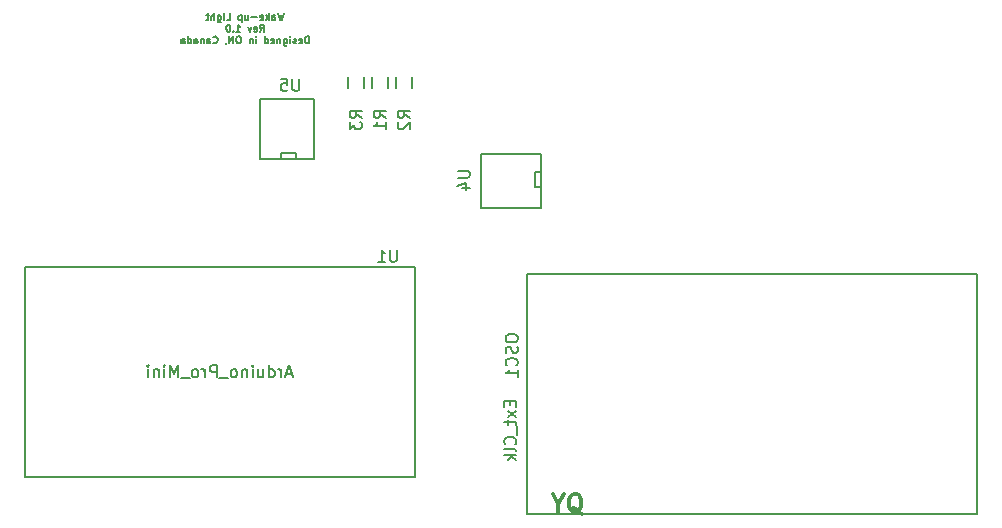
<source format=gbo>
G04 #@! TF.FileFunction,Legend,Bot*
%FSLAX46Y46*%
G04 Gerber Fmt 4.6, Leading zero omitted, Abs format (unit mm)*
G04 Created by KiCad (PCBNEW 4.0.1-stable) date 1/31/2016 9:18:08 PM*
%MOMM*%
G01*
G04 APERTURE LIST*
%ADD10C,0.100000*%
%ADD11C,0.300000*%
%ADD12C,0.150000*%
G04 APERTURE END LIST*
D10*
D11*
X102846286Y-96230286D02*
X102846286Y-96944571D01*
X102346286Y-95444571D02*
X102846286Y-96230286D01*
X103346286Y-95444571D01*
X104846286Y-97087429D02*
X104703429Y-97016000D01*
X104560572Y-96873143D01*
X104346286Y-96658857D01*
X104203429Y-96587429D01*
X104060572Y-96587429D01*
X104132000Y-96944571D02*
X103989143Y-96873143D01*
X103846286Y-96730286D01*
X103774857Y-96444571D01*
X103774857Y-95944571D01*
X103846286Y-95658857D01*
X103989143Y-95516000D01*
X104132000Y-95444571D01*
X104417714Y-95444571D01*
X104560572Y-95516000D01*
X104703429Y-95658857D01*
X104774857Y-95944571D01*
X104774857Y-96444571D01*
X104703429Y-96730286D01*
X104560572Y-96873143D01*
X104417714Y-96944571D01*
X104132000Y-96944571D01*
D12*
X79598428Y-54688429D02*
X79455571Y-55288429D01*
X79341285Y-54859857D01*
X79226999Y-55288429D01*
X79084142Y-54688429D01*
X78598428Y-55288429D02*
X78598428Y-54974143D01*
X78626999Y-54917000D01*
X78684142Y-54888429D01*
X78798428Y-54888429D01*
X78855571Y-54917000D01*
X78598428Y-55259857D02*
X78655571Y-55288429D01*
X78798428Y-55288429D01*
X78855571Y-55259857D01*
X78884142Y-55202714D01*
X78884142Y-55145571D01*
X78855571Y-55088429D01*
X78798428Y-55059857D01*
X78655571Y-55059857D01*
X78598428Y-55031286D01*
X78312714Y-55288429D02*
X78312714Y-54688429D01*
X78255571Y-55059857D02*
X78084142Y-55288429D01*
X78084142Y-54888429D02*
X78312714Y-55117000D01*
X77598428Y-55259857D02*
X77655571Y-55288429D01*
X77769857Y-55288429D01*
X77827000Y-55259857D01*
X77855571Y-55202714D01*
X77855571Y-54974143D01*
X77827000Y-54917000D01*
X77769857Y-54888429D01*
X77655571Y-54888429D01*
X77598428Y-54917000D01*
X77569857Y-54974143D01*
X77569857Y-55031286D01*
X77855571Y-55088429D01*
X77312714Y-55059857D02*
X76855571Y-55059857D01*
X76312714Y-54888429D02*
X76312714Y-55288429D01*
X76569857Y-54888429D02*
X76569857Y-55202714D01*
X76541285Y-55259857D01*
X76484143Y-55288429D01*
X76398428Y-55288429D01*
X76341285Y-55259857D01*
X76312714Y-55231286D01*
X76027000Y-54888429D02*
X76027000Y-55488429D01*
X76027000Y-54917000D02*
X75969857Y-54888429D01*
X75855571Y-54888429D01*
X75798428Y-54917000D01*
X75769857Y-54945571D01*
X75741286Y-55002714D01*
X75741286Y-55174143D01*
X75769857Y-55231286D01*
X75798428Y-55259857D01*
X75855571Y-55288429D01*
X75969857Y-55288429D01*
X76027000Y-55259857D01*
X74741286Y-55288429D02*
X75027000Y-55288429D01*
X75027000Y-54688429D01*
X74541286Y-55288429D02*
X74541286Y-54888429D01*
X74541286Y-54688429D02*
X74569857Y-54717000D01*
X74541286Y-54745571D01*
X74512714Y-54717000D01*
X74541286Y-54688429D01*
X74541286Y-54745571D01*
X73998429Y-54888429D02*
X73998429Y-55374143D01*
X74027000Y-55431286D01*
X74055572Y-55459857D01*
X74112715Y-55488429D01*
X74198429Y-55488429D01*
X74255572Y-55459857D01*
X73998429Y-55259857D02*
X74055572Y-55288429D01*
X74169858Y-55288429D01*
X74227000Y-55259857D01*
X74255572Y-55231286D01*
X74284143Y-55174143D01*
X74284143Y-55002714D01*
X74255572Y-54945571D01*
X74227000Y-54917000D01*
X74169858Y-54888429D01*
X74055572Y-54888429D01*
X73998429Y-54917000D01*
X73712715Y-55288429D02*
X73712715Y-54688429D01*
X73455572Y-55288429D02*
X73455572Y-54974143D01*
X73484143Y-54917000D01*
X73541286Y-54888429D01*
X73627001Y-54888429D01*
X73684143Y-54917000D01*
X73712715Y-54945571D01*
X73255572Y-54888429D02*
X73027001Y-54888429D01*
X73169858Y-54688429D02*
X73169858Y-55202714D01*
X73141286Y-55259857D01*
X73084144Y-55288429D01*
X73027001Y-55288429D01*
X77569858Y-56278429D02*
X77769858Y-55992714D01*
X77912715Y-56278429D02*
X77912715Y-55678429D01*
X77684143Y-55678429D01*
X77627001Y-55707000D01*
X77598429Y-55735571D01*
X77569858Y-55792714D01*
X77569858Y-55878429D01*
X77598429Y-55935571D01*
X77627001Y-55964143D01*
X77684143Y-55992714D01*
X77912715Y-55992714D01*
X77084143Y-56249857D02*
X77141286Y-56278429D01*
X77255572Y-56278429D01*
X77312715Y-56249857D01*
X77341286Y-56192714D01*
X77341286Y-55964143D01*
X77312715Y-55907000D01*
X77255572Y-55878429D01*
X77141286Y-55878429D01*
X77084143Y-55907000D01*
X77055572Y-55964143D01*
X77055572Y-56021286D01*
X77341286Y-56078429D01*
X76855572Y-55878429D02*
X76712715Y-56278429D01*
X76569857Y-55878429D01*
X75569857Y-56278429D02*
X75912714Y-56278429D01*
X75741286Y-56278429D02*
X75741286Y-55678429D01*
X75798429Y-55764143D01*
X75855571Y-55821286D01*
X75912714Y-55849857D01*
X75312714Y-56221286D02*
X75284142Y-56249857D01*
X75312714Y-56278429D01*
X75341285Y-56249857D01*
X75312714Y-56221286D01*
X75312714Y-56278429D01*
X74912714Y-55678429D02*
X74855571Y-55678429D01*
X74798428Y-55707000D01*
X74769857Y-55735571D01*
X74741286Y-55792714D01*
X74712714Y-55907000D01*
X74712714Y-56049857D01*
X74741286Y-56164143D01*
X74769857Y-56221286D01*
X74798428Y-56249857D01*
X74855571Y-56278429D01*
X74912714Y-56278429D01*
X74969857Y-56249857D01*
X74998428Y-56221286D01*
X75027000Y-56164143D01*
X75055571Y-56049857D01*
X75055571Y-55907000D01*
X75027000Y-55792714D01*
X74998428Y-55735571D01*
X74969857Y-55707000D01*
X74912714Y-55678429D01*
X81726999Y-57268429D02*
X81726999Y-56668429D01*
X81584142Y-56668429D01*
X81498427Y-56697000D01*
X81441285Y-56754143D01*
X81412713Y-56811286D01*
X81384142Y-56925571D01*
X81384142Y-57011286D01*
X81412713Y-57125571D01*
X81441285Y-57182714D01*
X81498427Y-57239857D01*
X81584142Y-57268429D01*
X81726999Y-57268429D01*
X80898427Y-57239857D02*
X80955570Y-57268429D01*
X81069856Y-57268429D01*
X81126999Y-57239857D01*
X81155570Y-57182714D01*
X81155570Y-56954143D01*
X81126999Y-56897000D01*
X81069856Y-56868429D01*
X80955570Y-56868429D01*
X80898427Y-56897000D01*
X80869856Y-56954143D01*
X80869856Y-57011286D01*
X81155570Y-57068429D01*
X80641284Y-57239857D02*
X80584141Y-57268429D01*
X80469856Y-57268429D01*
X80412713Y-57239857D01*
X80384141Y-57182714D01*
X80384141Y-57154143D01*
X80412713Y-57097000D01*
X80469856Y-57068429D01*
X80555570Y-57068429D01*
X80612713Y-57039857D01*
X80641284Y-56982714D01*
X80641284Y-56954143D01*
X80612713Y-56897000D01*
X80555570Y-56868429D01*
X80469856Y-56868429D01*
X80412713Y-56897000D01*
X80126999Y-57268429D02*
X80126999Y-56868429D01*
X80126999Y-56668429D02*
X80155570Y-56697000D01*
X80126999Y-56725571D01*
X80098427Y-56697000D01*
X80126999Y-56668429D01*
X80126999Y-56725571D01*
X79584142Y-56868429D02*
X79584142Y-57354143D01*
X79612713Y-57411286D01*
X79641285Y-57439857D01*
X79698428Y-57468429D01*
X79784142Y-57468429D01*
X79841285Y-57439857D01*
X79584142Y-57239857D02*
X79641285Y-57268429D01*
X79755571Y-57268429D01*
X79812713Y-57239857D01*
X79841285Y-57211286D01*
X79869856Y-57154143D01*
X79869856Y-56982714D01*
X79841285Y-56925571D01*
X79812713Y-56897000D01*
X79755571Y-56868429D01*
X79641285Y-56868429D01*
X79584142Y-56897000D01*
X79298428Y-56868429D02*
X79298428Y-57268429D01*
X79298428Y-56925571D02*
X79269856Y-56897000D01*
X79212714Y-56868429D01*
X79126999Y-56868429D01*
X79069856Y-56897000D01*
X79041285Y-56954143D01*
X79041285Y-57268429D01*
X78526999Y-57239857D02*
X78584142Y-57268429D01*
X78698428Y-57268429D01*
X78755571Y-57239857D01*
X78784142Y-57182714D01*
X78784142Y-56954143D01*
X78755571Y-56897000D01*
X78698428Y-56868429D01*
X78584142Y-56868429D01*
X78526999Y-56897000D01*
X78498428Y-56954143D01*
X78498428Y-57011286D01*
X78784142Y-57068429D01*
X77984142Y-57268429D02*
X77984142Y-56668429D01*
X77984142Y-57239857D02*
X78041285Y-57268429D01*
X78155571Y-57268429D01*
X78212713Y-57239857D01*
X78241285Y-57211286D01*
X78269856Y-57154143D01*
X78269856Y-56982714D01*
X78241285Y-56925571D01*
X78212713Y-56897000D01*
X78155571Y-56868429D01*
X78041285Y-56868429D01*
X77984142Y-56897000D01*
X77241285Y-57268429D02*
X77241285Y-56868429D01*
X77241285Y-56668429D02*
X77269856Y-56697000D01*
X77241285Y-56725571D01*
X77212713Y-56697000D01*
X77241285Y-56668429D01*
X77241285Y-56725571D01*
X76955571Y-56868429D02*
X76955571Y-57268429D01*
X76955571Y-56925571D02*
X76926999Y-56897000D01*
X76869857Y-56868429D01*
X76784142Y-56868429D01*
X76726999Y-56897000D01*
X76698428Y-56954143D01*
X76698428Y-57268429D01*
X75841285Y-56668429D02*
X75726999Y-56668429D01*
X75669857Y-56697000D01*
X75612714Y-56754143D01*
X75584142Y-56868429D01*
X75584142Y-57068429D01*
X75612714Y-57182714D01*
X75669857Y-57239857D01*
X75726999Y-57268429D01*
X75841285Y-57268429D01*
X75898428Y-57239857D01*
X75955571Y-57182714D01*
X75984142Y-57068429D01*
X75984142Y-56868429D01*
X75955571Y-56754143D01*
X75898428Y-56697000D01*
X75841285Y-56668429D01*
X75327000Y-57268429D02*
X75327000Y-56668429D01*
X74984143Y-57268429D01*
X74984143Y-56668429D01*
X74669857Y-57239857D02*
X74669857Y-57268429D01*
X74698429Y-57325571D01*
X74727000Y-57354143D01*
X73612715Y-57211286D02*
X73641286Y-57239857D01*
X73727000Y-57268429D01*
X73784143Y-57268429D01*
X73869858Y-57239857D01*
X73927000Y-57182714D01*
X73955572Y-57125571D01*
X73984143Y-57011286D01*
X73984143Y-56925571D01*
X73955572Y-56811286D01*
X73927000Y-56754143D01*
X73869858Y-56697000D01*
X73784143Y-56668429D01*
X73727000Y-56668429D01*
X73641286Y-56697000D01*
X73612715Y-56725571D01*
X73098429Y-57268429D02*
X73098429Y-56954143D01*
X73127000Y-56897000D01*
X73184143Y-56868429D01*
X73298429Y-56868429D01*
X73355572Y-56897000D01*
X73098429Y-57239857D02*
X73155572Y-57268429D01*
X73298429Y-57268429D01*
X73355572Y-57239857D01*
X73384143Y-57182714D01*
X73384143Y-57125571D01*
X73355572Y-57068429D01*
X73298429Y-57039857D01*
X73155572Y-57039857D01*
X73098429Y-57011286D01*
X72812715Y-56868429D02*
X72812715Y-57268429D01*
X72812715Y-56925571D02*
X72784143Y-56897000D01*
X72727001Y-56868429D01*
X72641286Y-56868429D01*
X72584143Y-56897000D01*
X72555572Y-56954143D01*
X72555572Y-57268429D01*
X72012715Y-57268429D02*
X72012715Y-56954143D01*
X72041286Y-56897000D01*
X72098429Y-56868429D01*
X72212715Y-56868429D01*
X72269858Y-56897000D01*
X72012715Y-57239857D02*
X72069858Y-57268429D01*
X72212715Y-57268429D01*
X72269858Y-57239857D01*
X72298429Y-57182714D01*
X72298429Y-57125571D01*
X72269858Y-57068429D01*
X72212715Y-57039857D01*
X72069858Y-57039857D01*
X72012715Y-57011286D01*
X71469858Y-57268429D02*
X71469858Y-56668429D01*
X71469858Y-57239857D02*
X71527001Y-57268429D01*
X71641287Y-57268429D01*
X71698429Y-57239857D01*
X71727001Y-57211286D01*
X71755572Y-57154143D01*
X71755572Y-56982714D01*
X71727001Y-56925571D01*
X71698429Y-56897000D01*
X71641287Y-56868429D01*
X71527001Y-56868429D01*
X71469858Y-56897000D01*
X70927001Y-57268429D02*
X70927001Y-56954143D01*
X70955572Y-56897000D01*
X71012715Y-56868429D01*
X71127001Y-56868429D01*
X71184144Y-56897000D01*
X70927001Y-57239857D02*
X70984144Y-57268429D01*
X71127001Y-57268429D01*
X71184144Y-57239857D01*
X71212715Y-57182714D01*
X71212715Y-57125571D01*
X71184144Y-57068429D01*
X71127001Y-57039857D01*
X70984144Y-57039857D01*
X70927001Y-57011286D01*
X100203000Y-97155000D02*
X138303000Y-97155000D01*
X138303000Y-97155000D02*
X138303000Y-76835000D01*
X138303000Y-76835000D02*
X100203000Y-76835000D01*
X100203000Y-76835000D02*
X100203000Y-97155000D01*
X88432000Y-61079000D02*
X88432000Y-60079000D01*
X87082000Y-60079000D02*
X87082000Y-61079000D01*
X90464000Y-61079000D02*
X90464000Y-60079000D01*
X89114000Y-60079000D02*
X89114000Y-61079000D01*
X86400000Y-61079000D02*
X86400000Y-60079000D01*
X85050000Y-60079000D02*
X85050000Y-61079000D01*
X101346000Y-66675000D02*
X96266000Y-66675000D01*
X96266000Y-66675000D02*
X96266000Y-71247000D01*
X96266000Y-71247000D02*
X101346000Y-71247000D01*
X101346000Y-71247000D02*
X101346000Y-66675000D01*
X101346000Y-68199000D02*
X100838000Y-68199000D01*
X100838000Y-68199000D02*
X100838000Y-69469000D01*
X100838000Y-69469000D02*
X101346000Y-69469000D01*
X82169000Y-67056000D02*
X82169000Y-61976000D01*
X82169000Y-61976000D02*
X77597000Y-61976000D01*
X77597000Y-61976000D02*
X77597000Y-67056000D01*
X77597000Y-67056000D02*
X82169000Y-67056000D01*
X80645000Y-67056000D02*
X80645000Y-66548000D01*
X80645000Y-66548000D02*
X79375000Y-66548000D01*
X79375000Y-66548000D02*
X79375000Y-67056000D01*
X90678000Y-93980000D02*
X90678000Y-76200000D01*
X90678000Y-76200000D02*
X57658000Y-76200000D01*
X57658000Y-76200000D02*
X57658000Y-93980000D01*
X57658000Y-93980000D02*
X90678000Y-93980000D01*
X98385381Y-82145381D02*
X98385381Y-82335858D01*
X98433000Y-82431096D01*
X98528238Y-82526334D01*
X98718714Y-82573953D01*
X99052048Y-82573953D01*
X99242524Y-82526334D01*
X99337762Y-82431096D01*
X99385381Y-82335858D01*
X99385381Y-82145381D01*
X99337762Y-82050143D01*
X99242524Y-81954905D01*
X99052048Y-81907286D01*
X98718714Y-81907286D01*
X98528238Y-81954905D01*
X98433000Y-82050143D01*
X98385381Y-82145381D01*
X99337762Y-82954905D02*
X99385381Y-83097762D01*
X99385381Y-83335858D01*
X99337762Y-83431096D01*
X99290143Y-83478715D01*
X99194905Y-83526334D01*
X99099667Y-83526334D01*
X99004429Y-83478715D01*
X98956810Y-83431096D01*
X98909190Y-83335858D01*
X98861571Y-83145381D01*
X98813952Y-83050143D01*
X98766333Y-83002524D01*
X98671095Y-82954905D01*
X98575857Y-82954905D01*
X98480619Y-83002524D01*
X98433000Y-83050143D01*
X98385381Y-83145381D01*
X98385381Y-83383477D01*
X98433000Y-83526334D01*
X99290143Y-84526334D02*
X99337762Y-84478715D01*
X99385381Y-84335858D01*
X99385381Y-84240620D01*
X99337762Y-84097762D01*
X99242524Y-84002524D01*
X99147286Y-83954905D01*
X98956810Y-83907286D01*
X98813952Y-83907286D01*
X98623476Y-83954905D01*
X98528238Y-84002524D01*
X98433000Y-84097762D01*
X98385381Y-84240620D01*
X98385381Y-84335858D01*
X98433000Y-84478715D01*
X98480619Y-84526334D01*
X99385381Y-85478715D02*
X99385381Y-84907286D01*
X99385381Y-85193000D02*
X98385381Y-85193000D01*
X98528238Y-85097762D01*
X98623476Y-85002524D01*
X98671095Y-84907286D01*
X98734571Y-87590618D02*
X98734571Y-87923952D01*
X99258381Y-88066809D02*
X99258381Y-87590618D01*
X98258381Y-87590618D01*
X98258381Y-88066809D01*
X99258381Y-88400142D02*
X98591714Y-88923952D01*
X98591714Y-88400142D02*
X99258381Y-88923952D01*
X98591714Y-89162047D02*
X98591714Y-89542999D01*
X98258381Y-89304904D02*
X99115524Y-89304904D01*
X99210762Y-89352523D01*
X99258381Y-89447761D01*
X99258381Y-89542999D01*
X99353619Y-89638238D02*
X99353619Y-90400143D01*
X99163143Y-91209667D02*
X99210762Y-91162048D01*
X99258381Y-91019191D01*
X99258381Y-90923953D01*
X99210762Y-90781095D01*
X99115524Y-90685857D01*
X99020286Y-90638238D01*
X98829810Y-90590619D01*
X98686952Y-90590619D01*
X98496476Y-90638238D01*
X98401238Y-90685857D01*
X98306000Y-90781095D01*
X98258381Y-90923953D01*
X98258381Y-91019191D01*
X98306000Y-91162048D01*
X98353619Y-91209667D01*
X99258381Y-91781095D02*
X99210762Y-91685857D01*
X99115524Y-91638238D01*
X98258381Y-91638238D01*
X99258381Y-92162048D02*
X98258381Y-92162048D01*
X98877429Y-92257286D02*
X99258381Y-92543001D01*
X98591714Y-92543001D02*
X98972667Y-92162048D01*
X88209381Y-63587334D02*
X87733190Y-63254000D01*
X88209381Y-63015905D02*
X87209381Y-63015905D01*
X87209381Y-63396858D01*
X87257000Y-63492096D01*
X87304619Y-63539715D01*
X87399857Y-63587334D01*
X87542714Y-63587334D01*
X87637952Y-63539715D01*
X87685571Y-63492096D01*
X87733190Y-63396858D01*
X87733190Y-63015905D01*
X88209381Y-64539715D02*
X88209381Y-63968286D01*
X88209381Y-64254000D02*
X87209381Y-64254000D01*
X87352238Y-64158762D01*
X87447476Y-64063524D01*
X87495095Y-63968286D01*
X90241381Y-63587334D02*
X89765190Y-63254000D01*
X90241381Y-63015905D02*
X89241381Y-63015905D01*
X89241381Y-63396858D01*
X89289000Y-63492096D01*
X89336619Y-63539715D01*
X89431857Y-63587334D01*
X89574714Y-63587334D01*
X89669952Y-63539715D01*
X89717571Y-63492096D01*
X89765190Y-63396858D01*
X89765190Y-63015905D01*
X89336619Y-63968286D02*
X89289000Y-64015905D01*
X89241381Y-64111143D01*
X89241381Y-64349239D01*
X89289000Y-64444477D01*
X89336619Y-64492096D01*
X89431857Y-64539715D01*
X89527095Y-64539715D01*
X89669952Y-64492096D01*
X90241381Y-63920667D01*
X90241381Y-64539715D01*
X86177381Y-63587334D02*
X85701190Y-63254000D01*
X86177381Y-63015905D02*
X85177381Y-63015905D01*
X85177381Y-63396858D01*
X85225000Y-63492096D01*
X85272619Y-63539715D01*
X85367857Y-63587334D01*
X85510714Y-63587334D01*
X85605952Y-63539715D01*
X85653571Y-63492096D01*
X85701190Y-63396858D01*
X85701190Y-63015905D01*
X85177381Y-63920667D02*
X85177381Y-64539715D01*
X85558333Y-64206381D01*
X85558333Y-64349239D01*
X85605952Y-64444477D01*
X85653571Y-64492096D01*
X85748810Y-64539715D01*
X85986905Y-64539715D01*
X86082143Y-64492096D01*
X86129762Y-64444477D01*
X86177381Y-64349239D01*
X86177381Y-64063524D01*
X86129762Y-63968286D01*
X86082143Y-63920667D01*
X94321381Y-68072095D02*
X95130905Y-68072095D01*
X95226143Y-68119714D01*
X95273762Y-68167333D01*
X95321381Y-68262571D01*
X95321381Y-68453048D01*
X95273762Y-68548286D01*
X95226143Y-68595905D01*
X95130905Y-68643524D01*
X94321381Y-68643524D01*
X94654714Y-69548286D02*
X95321381Y-69548286D01*
X94273762Y-69310190D02*
X94988048Y-69072095D01*
X94988048Y-69691143D01*
X80898905Y-60285381D02*
X80898905Y-61094905D01*
X80851286Y-61190143D01*
X80803667Y-61237762D01*
X80708429Y-61285381D01*
X80517952Y-61285381D01*
X80422714Y-61237762D01*
X80375095Y-61190143D01*
X80327476Y-61094905D01*
X80327476Y-60285381D01*
X79375095Y-60285381D02*
X79851286Y-60285381D01*
X79898905Y-60761571D01*
X79851286Y-60713952D01*
X79756048Y-60666333D01*
X79517952Y-60666333D01*
X79422714Y-60713952D01*
X79375095Y-60761571D01*
X79327476Y-60856810D01*
X79327476Y-61094905D01*
X79375095Y-61190143D01*
X79422714Y-61237762D01*
X79517952Y-61285381D01*
X79756048Y-61285381D01*
X79851286Y-61237762D01*
X79898905Y-61190143D01*
X89153905Y-74763381D02*
X89153905Y-75572905D01*
X89106286Y-75668143D01*
X89058667Y-75715762D01*
X88963429Y-75763381D01*
X88772952Y-75763381D01*
X88677714Y-75715762D01*
X88630095Y-75668143D01*
X88582476Y-75572905D01*
X88582476Y-74763381D01*
X87582476Y-75763381D02*
X88153905Y-75763381D01*
X87868191Y-75763381D02*
X87868191Y-74763381D01*
X87963429Y-74906238D01*
X88058667Y-75001476D01*
X88153905Y-75049095D01*
X80287048Y-85256667D02*
X79810857Y-85256667D01*
X80382286Y-85542381D02*
X80048953Y-84542381D01*
X79715619Y-85542381D01*
X79382286Y-85542381D02*
X79382286Y-84875714D01*
X79382286Y-85066190D02*
X79334667Y-84970952D01*
X79287048Y-84923333D01*
X79191810Y-84875714D01*
X79096571Y-84875714D01*
X78334666Y-85542381D02*
X78334666Y-84542381D01*
X78334666Y-85494762D02*
X78429904Y-85542381D01*
X78620381Y-85542381D01*
X78715619Y-85494762D01*
X78763238Y-85447143D01*
X78810857Y-85351905D01*
X78810857Y-85066190D01*
X78763238Y-84970952D01*
X78715619Y-84923333D01*
X78620381Y-84875714D01*
X78429904Y-84875714D01*
X78334666Y-84923333D01*
X77429904Y-84875714D02*
X77429904Y-85542381D01*
X77858476Y-84875714D02*
X77858476Y-85399524D01*
X77810857Y-85494762D01*
X77715619Y-85542381D01*
X77572761Y-85542381D01*
X77477523Y-85494762D01*
X77429904Y-85447143D01*
X76953714Y-85542381D02*
X76953714Y-84875714D01*
X76953714Y-84542381D02*
X77001333Y-84590000D01*
X76953714Y-84637619D01*
X76906095Y-84590000D01*
X76953714Y-84542381D01*
X76953714Y-84637619D01*
X76477524Y-84875714D02*
X76477524Y-85542381D01*
X76477524Y-84970952D02*
X76429905Y-84923333D01*
X76334667Y-84875714D01*
X76191809Y-84875714D01*
X76096571Y-84923333D01*
X76048952Y-85018571D01*
X76048952Y-85542381D01*
X75429905Y-85542381D02*
X75525143Y-85494762D01*
X75572762Y-85447143D01*
X75620381Y-85351905D01*
X75620381Y-85066190D01*
X75572762Y-84970952D01*
X75525143Y-84923333D01*
X75429905Y-84875714D01*
X75287047Y-84875714D01*
X75191809Y-84923333D01*
X75144190Y-84970952D01*
X75096571Y-85066190D01*
X75096571Y-85351905D01*
X75144190Y-85447143D01*
X75191809Y-85494762D01*
X75287047Y-85542381D01*
X75429905Y-85542381D01*
X74906095Y-85637619D02*
X74144190Y-85637619D01*
X73906095Y-85542381D02*
X73906095Y-84542381D01*
X73525142Y-84542381D01*
X73429904Y-84590000D01*
X73382285Y-84637619D01*
X73334666Y-84732857D01*
X73334666Y-84875714D01*
X73382285Y-84970952D01*
X73429904Y-85018571D01*
X73525142Y-85066190D01*
X73906095Y-85066190D01*
X72906095Y-85542381D02*
X72906095Y-84875714D01*
X72906095Y-85066190D02*
X72858476Y-84970952D01*
X72810857Y-84923333D01*
X72715619Y-84875714D01*
X72620380Y-84875714D01*
X72144190Y-85542381D02*
X72239428Y-85494762D01*
X72287047Y-85447143D01*
X72334666Y-85351905D01*
X72334666Y-85066190D01*
X72287047Y-84970952D01*
X72239428Y-84923333D01*
X72144190Y-84875714D01*
X72001332Y-84875714D01*
X71906094Y-84923333D01*
X71858475Y-84970952D01*
X71810856Y-85066190D01*
X71810856Y-85351905D01*
X71858475Y-85447143D01*
X71906094Y-85494762D01*
X72001332Y-85542381D01*
X72144190Y-85542381D01*
X71620380Y-85637619D02*
X70858475Y-85637619D01*
X70620380Y-85542381D02*
X70620380Y-84542381D01*
X70287046Y-85256667D01*
X69953713Y-84542381D01*
X69953713Y-85542381D01*
X69477523Y-85542381D02*
X69477523Y-84875714D01*
X69477523Y-84542381D02*
X69525142Y-84590000D01*
X69477523Y-84637619D01*
X69429904Y-84590000D01*
X69477523Y-84542381D01*
X69477523Y-84637619D01*
X69001333Y-84875714D02*
X69001333Y-85542381D01*
X69001333Y-84970952D02*
X68953714Y-84923333D01*
X68858476Y-84875714D01*
X68715618Y-84875714D01*
X68620380Y-84923333D01*
X68572761Y-85018571D01*
X68572761Y-85542381D01*
X68096571Y-85542381D02*
X68096571Y-84875714D01*
X68096571Y-84542381D02*
X68144190Y-84590000D01*
X68096571Y-84637619D01*
X68048952Y-84590000D01*
X68096571Y-84542381D01*
X68096571Y-84637619D01*
M02*

</source>
